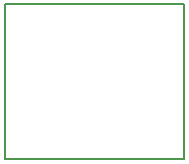
<source format=gm1>
%TF.GenerationSoftware,KiCad,Pcbnew,4.0.4+e1-6308~48~ubuntu16.04.1-stable*%
%TF.CreationDate,2016-10-26T09:32:56-07:00*%
%TF.ProjectId,AT42QT1012-TSHR,415434325154313031322D545348522E,rev?*%
%TF.FileFunction,Profile,NP*%
%FSLAX46Y46*%
G04 Gerber Fmt 4.6, Leading zero omitted, Abs format (unit mm)*
G04 Created by KiCad (PCBNEW 4.0.4+e1-6308~48~ubuntu16.04.1-stable) date Wed Oct 26 09:32:56 2016*
%MOMM*%
%LPD*%
G01*
G04 APERTURE LIST*
%ADD10C,0.050000*%
%ADD11C,0.150000*%
G04 APERTURE END LIST*
D10*
D11*
X138650000Y-112350000D02*
X153750000Y-112350000D01*
X138650000Y-99250000D02*
X138650000Y-112350000D01*
X153750000Y-99250000D02*
X138650000Y-99250000D01*
X153750000Y-112350000D02*
X153750000Y-99250000D01*
M02*

</source>
